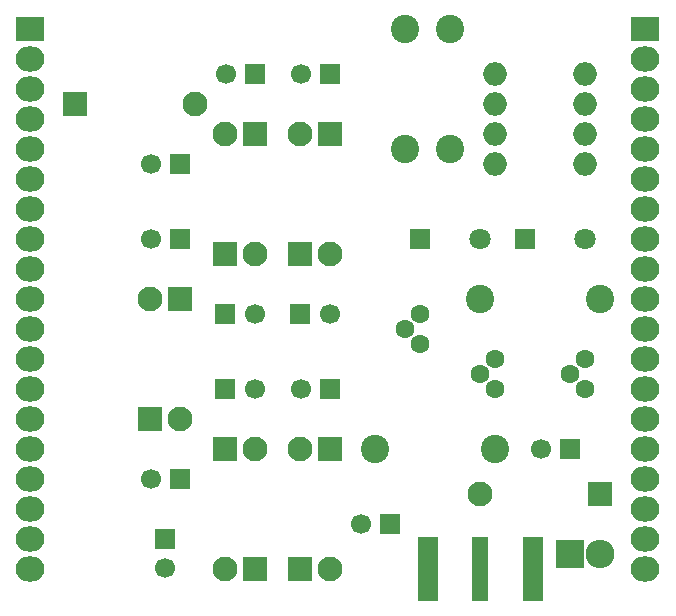
<source format=gbr>
G04 #@! TF.FileFunction,Soldermask,Top*
%FSLAX46Y46*%
G04 Gerber Fmt 4.6, Leading zero omitted, Abs format (unit mm)*
G04 Created by KiCad (PCBNEW 4.0.3+e1-6302~38~ubuntu16.04.1-stable) date Thu Aug 25 17:13:56 2016*
%MOMM*%
%LPD*%
G01*
G04 APERTURE LIST*
%ADD10C,0.100000*%
%ADD11R,1.800000X1.800000*%
%ADD12C,1.800000*%
%ADD13C,2.099260*%
%ADD14R,2.099260X2.099260*%
%ADD15C,2.398980*%
%ADD16O,2.000000X2.000000*%
%ADD17R,1.700000X1.700000*%
%ADD18C,1.700000*%
%ADD19C,1.600000*%
%ADD20R,2.432000X2.432000*%
%ADD21O,2.432000X2.432000*%
%ADD22R,1.670000X5.480000*%
%ADD23R,1.416000X5.480000*%
%ADD24R,2.432000X2.127200*%
%ADD25O,2.432000X2.127200*%
G04 APERTURE END LIST*
D10*
D11*
X115570000Y-53340000D03*
D12*
X120570000Y-53340000D03*
D11*
X106680000Y-53340000D03*
D12*
X111680000Y-53340000D03*
D13*
X111759480Y-74932540D03*
D14*
X121919480Y-74932540D03*
D13*
X99062540Y-81280520D03*
D14*
X99062540Y-71120520D03*
D13*
X96517460Y-71119480D03*
D14*
X96517460Y-81279480D03*
D13*
X99062540Y-54610520D03*
D14*
X99062540Y-44450520D03*
D13*
X96517460Y-44449480D03*
D14*
X96517460Y-54609480D03*
D13*
X90167460Y-44449480D03*
D14*
X90167460Y-54609480D03*
D13*
X92712540Y-54610520D03*
D14*
X92712540Y-44450520D03*
D13*
X92707460Y-71119480D03*
D14*
X92707460Y-81279480D03*
D13*
X90172540Y-81280520D03*
D14*
X90172540Y-71120520D03*
D13*
X86362540Y-68580520D03*
D14*
X86362540Y-58420520D03*
D13*
X83817460Y-58419480D03*
D14*
X83817460Y-68579480D03*
D13*
X87630520Y-41907460D03*
D14*
X77470520Y-41907460D03*
D15*
X105410000Y-35560000D03*
X105410000Y-45720000D03*
X109220000Y-35560000D03*
X109220000Y-45720000D03*
X111760000Y-58420000D03*
X121920000Y-58420000D03*
X113030000Y-71120000D03*
X102870000Y-71120000D03*
D16*
X113030000Y-39370000D03*
X113030000Y-41910000D03*
X113030000Y-44450000D03*
X113030000Y-46990000D03*
X120650000Y-46990000D03*
X120650000Y-44450000D03*
X120650000Y-41910000D03*
X120650000Y-39370000D03*
D17*
X86360000Y-46990000D03*
D18*
X83860000Y-46990000D03*
D17*
X86360000Y-53340000D03*
D18*
X83860000Y-53340000D03*
D17*
X86360000Y-73660000D03*
D18*
X83860000Y-73660000D03*
D17*
X85090000Y-78740000D03*
D18*
X85090000Y-81240000D03*
D17*
X90170000Y-66040000D03*
D18*
X92670000Y-66040000D03*
D17*
X90170000Y-59690000D03*
D18*
X92670000Y-59690000D03*
D17*
X92710000Y-39370000D03*
D18*
X90210000Y-39370000D03*
D17*
X99060000Y-39370000D03*
D18*
X96560000Y-39370000D03*
D17*
X96520000Y-59690000D03*
D18*
X99020000Y-59690000D03*
D17*
X99060000Y-66040000D03*
D18*
X96560000Y-66040000D03*
D17*
X104140000Y-77470000D03*
D18*
X101640000Y-77470000D03*
D17*
X119380000Y-71120000D03*
D18*
X116880000Y-71120000D03*
D19*
X106680000Y-59690000D03*
X105410000Y-60960000D03*
X106680000Y-62230000D03*
X120650000Y-63500000D03*
X119380000Y-64770000D03*
X120650000Y-66040000D03*
X113030000Y-63500000D03*
X111760000Y-64770000D03*
X113030000Y-66040000D03*
D20*
X119380000Y-80010000D03*
D21*
X121920000Y-80010000D03*
D22*
X107315000Y-81280000D03*
X116205000Y-81280000D03*
D23*
X111760000Y-81280000D03*
D24*
X125730000Y-35560000D03*
D25*
X125730000Y-38100000D03*
X125730000Y-40640000D03*
X125730000Y-43180000D03*
X125730000Y-45720000D03*
X125730000Y-48260000D03*
X125730000Y-50800000D03*
X125730000Y-53340000D03*
X125730000Y-55880000D03*
X125730000Y-58420000D03*
X125730000Y-60960000D03*
X125730000Y-63500000D03*
X125730000Y-66040000D03*
X125730000Y-68580000D03*
X125730000Y-71120000D03*
X125730000Y-73660000D03*
X125730000Y-76200000D03*
X125730000Y-78740000D03*
X125730000Y-81280000D03*
D24*
X73660000Y-35560000D03*
D25*
X73660000Y-38100000D03*
X73660000Y-40640000D03*
X73660000Y-43180000D03*
X73660000Y-45720000D03*
X73660000Y-48260000D03*
X73660000Y-50800000D03*
X73660000Y-53340000D03*
X73660000Y-55880000D03*
X73660000Y-58420000D03*
X73660000Y-60960000D03*
X73660000Y-63500000D03*
X73660000Y-66040000D03*
X73660000Y-68580000D03*
X73660000Y-71120000D03*
X73660000Y-73660000D03*
X73660000Y-76200000D03*
X73660000Y-78740000D03*
X73660000Y-81280000D03*
M02*

</source>
